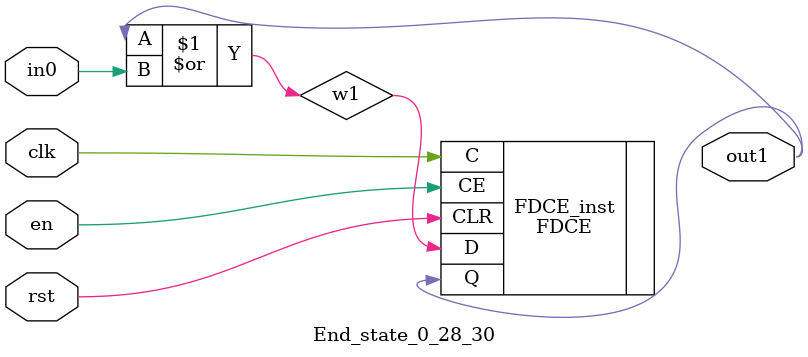
<source format=v>
module engine_0_28(out,clk,sod,en, in_60, in_61, in_62, in_63, in_64, in_65, in_1, in_3, in_6, in_8, in_10, in_13, in_15, in_16, in_17, in_18, in_29, in_30, in_35, in_36, in_45, in_56);
//pcre: /User-Agent\x3a\s*[0-9a-f]*8FC2C6C0C4\x7c\d+\x7cAK-/iH
//block char: [\z3039\z6166][1], 8[0], 6[0], 0[0], 4[0], K[0], \x20[8], N[0], G[0], S[0], -[0], \d[5], a[0], r[0], e[0], c[0], u[0], t[0], f[0], \x3A[8], \x7C[8], 2[0], 

	input clk,sod,en;

	input in_60, in_61, in_62, in_63, in_64, in_65, in_1, in_3, in_6, in_8, in_10, in_13, in_15, in_16, in_17, in_18, in_29, in_30, in_35, in_36, in_45, in_56;
	output out;

	assign w0 = 1'b1;
	state_0_28_1 BlockState_0_28_1 (w1,in_29,clk,en,sod,w0);
	state_0_28_2 BlockState_0_28_2 (w2,in_8,clk,en,sod,w1);
	state_0_28_3 BlockState_0_28_3 (w3,in_17,clk,en,sod,w2);
	state_0_28_4 BlockState_0_28_4 (w4,in_16,clk,en,sod,w3);
	state_0_28_5 BlockState_0_28_5 (w5,in_10,clk,en,sod,w4);
	state_0_28_6 BlockState_0_28_6 (w6,in_15,clk,en,sod,w5);
	state_0_28_7 BlockState_0_28_7 (w7,in_6,clk,en,sod,w6);
	state_0_28_8 BlockState_0_28_8 (w8,in_17,clk,en,sod,w7);
	state_0_28_9 BlockState_0_28_9 (w9,in_3,clk,en,sod,w8);
	state_0_28_10 BlockState_0_28_10 (w10,in_30,clk,en,sod,w9);
	state_0_28_11 BlockState_0_28_11 (w11,in_36,clk,en,sod,w10);
	state_0_28_12 BlockState_0_28_12 (w12,in_1,clk,en,sod,w12,w11);
	state_0_28_13 BlockState_0_28_13 (w13,in_60,clk,en,sod,w13,w11,w12);
	state_0_28_14 BlockState_0_28_14 (w14,in_61,clk,en,sod,w11,w12,w13);
	state_0_28_15 BlockState_0_28_15 (w15,in_35,clk,en,sod,w14);
	state_0_28_16 BlockState_0_28_16 (w16,in_18,clk,en,sod,w15);
	state_0_28_17 BlockState_0_28_17 (w17,in_56,clk,en,sod,w16);
	state_0_28_18 BlockState_0_28_18 (w18,in_18,clk,en,sod,w17);
	state_0_28_19 BlockState_0_28_19 (w19,in_62,clk,en,sod,w18);
	state_0_28_20 BlockState_0_28_20 (w20,in_18,clk,en,sod,w19);
	state_0_28_21 BlockState_0_28_21 (w21,in_63,clk,en,sod,w20);
	state_0_28_22 BlockState_0_28_22 (w22,in_18,clk,en,sod,w21);
	state_0_28_23 BlockState_0_28_23 (w23,in_64,clk,en,sod,w22);
	state_0_28_24 BlockState_0_28_24 (w24,in_45,clk,en,sod,w23);
	state_0_28_25 BlockState_0_28_25 (w25,in_13,clk,en,sod,w25,w24);
	state_0_28_26 BlockState_0_28_26 (w26,in_45,clk,en,sod,w25);
	state_0_28_27 BlockState_0_28_27 (w27,in_15,clk,en,sod,w26);
	state_0_28_28 BlockState_0_28_28 (w28,in_65,clk,en,sod,w27);
	state_0_28_29 BlockState_0_28_29 (w29,in_10,clk,en,sod,w28);
	End_state_0_28_30 BlockState_0_28_30 (out,clk,en,sod,w29);
endmodule

module state_0_28_1(out1,in_char,clk,en,rst,in0);
	input in_char,clk,en,rst,in0;
	output out1;
	wire w1,w2;
	assign w1 = in0; 
	and(w2,in_char,w1);
	FDCE #(.INIT(1'b0)) FDCE_inst (
		.Q(out1),
		.C(clk),
		.CE(en),
		.CLR(rst),
		.D(w2)
);
endmodule

module state_0_28_2(out1,in_char,clk,en,rst,in0);
	input in_char,clk,en,rst,in0;
	output out1;
	wire w1,w2;
	assign w1 = in0; 
	and(w2,in_char,w1);
	FDCE #(.INIT(1'b0)) FDCE_inst (
		.Q(out1),
		.C(clk),
		.CE(en),
		.CLR(rst),
		.D(w2)
);
endmodule

module state_0_28_3(out1,in_char,clk,en,rst,in0);
	input in_char,clk,en,rst,in0;
	output out1;
	wire w1,w2;
	assign w1 = in0; 
	and(w2,in_char,w1);
	FDCE #(.INIT(1'b0)) FDCE_inst (
		.Q(out1),
		.C(clk),
		.CE(en),
		.CLR(rst),
		.D(w2)
);
endmodule

module state_0_28_4(out1,in_char,clk,en,rst,in0);
	input in_char,clk,en,rst,in0;
	output out1;
	wire w1,w2;
	assign w1 = in0; 
	and(w2,in_char,w1);
	FDCE #(.INIT(1'b0)) FDCE_inst (
		.Q(out1),
		.C(clk),
		.CE(en),
		.CLR(rst),
		.D(w2)
);
endmodule

module state_0_28_5(out1,in_char,clk,en,rst,in0);
	input in_char,clk,en,rst,in0;
	output out1;
	wire w1,w2;
	assign w1 = in0; 
	and(w2,in_char,w1);
	FDCE #(.INIT(1'b0)) FDCE_inst (
		.Q(out1),
		.C(clk),
		.CE(en),
		.CLR(rst),
		.D(w2)
);
endmodule

module state_0_28_6(out1,in_char,clk,en,rst,in0);
	input in_char,clk,en,rst,in0;
	output out1;
	wire w1,w2;
	assign w1 = in0; 
	and(w2,in_char,w1);
	FDCE #(.INIT(1'b0)) FDCE_inst (
		.Q(out1),
		.C(clk),
		.CE(en),
		.CLR(rst),
		.D(w2)
);
endmodule

module state_0_28_7(out1,in_char,clk,en,rst,in0);
	input in_char,clk,en,rst,in0;
	output out1;
	wire w1,w2;
	assign w1 = in0; 
	and(w2,in_char,w1);
	FDCE #(.INIT(1'b0)) FDCE_inst (
		.Q(out1),
		.C(clk),
		.CE(en),
		.CLR(rst),
		.D(w2)
);
endmodule

module state_0_28_8(out1,in_char,clk,en,rst,in0);
	input in_char,clk,en,rst,in0;
	output out1;
	wire w1,w2;
	assign w1 = in0; 
	and(w2,in_char,w1);
	FDCE #(.INIT(1'b0)) FDCE_inst (
		.Q(out1),
		.C(clk),
		.CE(en),
		.CLR(rst),
		.D(w2)
);
endmodule

module state_0_28_9(out1,in_char,clk,en,rst,in0);
	input in_char,clk,en,rst,in0;
	output out1;
	wire w1,w2;
	assign w1 = in0; 
	and(w2,in_char,w1);
	FDCE #(.INIT(1'b0)) FDCE_inst (
		.Q(out1),
		.C(clk),
		.CE(en),
		.CLR(rst),
		.D(w2)
);
endmodule

module state_0_28_10(out1,in_char,clk,en,rst,in0);
	input in_char,clk,en,rst,in0;
	output out1;
	wire w1,w2;
	assign w1 = in0; 
	and(w2,in_char,w1);
	FDCE #(.INIT(1'b0)) FDCE_inst (
		.Q(out1),
		.C(clk),
		.CE(en),
		.CLR(rst),
		.D(w2)
);
endmodule

module state_0_28_11(out1,in_char,clk,en,rst,in0);
	input in_char,clk,en,rst,in0;
	output out1;
	wire w1,w2;
	assign w1 = in0; 
	and(w2,in_char,w1);
	FDCE #(.INIT(1'b0)) FDCE_inst (
		.Q(out1),
		.C(clk),
		.CE(en),
		.CLR(rst),
		.D(w2)
);
endmodule

module state_0_28_12(out1,in_char,clk,en,rst,in0,in1);
	input in_char,clk,en,rst,in0,in1;
	output out1;
	wire w1,w2;
	or(w1,in0,in1);
	and(w2,in_char,w1);
	FDCE #(.INIT(1'b0)) FDCE_inst (
		.Q(out1),
		.C(clk),
		.CE(en),
		.CLR(rst),
		.D(w2)
);
endmodule

module state_0_28_13(out1,in_char,clk,en,rst,in0,in1,in2);
	input in_char,clk,en,rst,in0,in1,in2;
	output out1;
	wire w1,w2;
	or(w1,in0,in1,in2);
	and(w2,in_char,w1);
	FDCE #(.INIT(1'b0)) FDCE_inst (
		.Q(out1),
		.C(clk),
		.CE(en),
		.CLR(rst),
		.D(w2)
);
endmodule

module state_0_28_14(out1,in_char,clk,en,rst,in0,in1,in2);
	input in_char,clk,en,rst,in0,in1,in2;
	output out1;
	wire w1,w2;
	or(w1,in0,in1,in2);
	and(w2,in_char,w1);
	FDCE #(.INIT(1'b0)) FDCE_inst (
		.Q(out1),
		.C(clk),
		.CE(en),
		.CLR(rst),
		.D(w2)
);
endmodule

module state_0_28_15(out1,in_char,clk,en,rst,in0);
	input in_char,clk,en,rst,in0;
	output out1;
	wire w1,w2;
	assign w1 = in0; 
	and(w2,in_char,w1);
	FDCE #(.INIT(1'b0)) FDCE_inst (
		.Q(out1),
		.C(clk),
		.CE(en),
		.CLR(rst),
		.D(w2)
);
endmodule

module state_0_28_16(out1,in_char,clk,en,rst,in0);
	input in_char,clk,en,rst,in0;
	output out1;
	wire w1,w2;
	assign w1 = in0; 
	and(w2,in_char,w1);
	FDCE #(.INIT(1'b0)) FDCE_inst (
		.Q(out1),
		.C(clk),
		.CE(en),
		.CLR(rst),
		.D(w2)
);
endmodule

module state_0_28_17(out1,in_char,clk,en,rst,in0);
	input in_char,clk,en,rst,in0;
	output out1;
	wire w1,w2;
	assign w1 = in0; 
	and(w2,in_char,w1);
	FDCE #(.INIT(1'b0)) FDCE_inst (
		.Q(out1),
		.C(clk),
		.CE(en),
		.CLR(rst),
		.D(w2)
);
endmodule

module state_0_28_18(out1,in_char,clk,en,rst,in0);
	input in_char,clk,en,rst,in0;
	output out1;
	wire w1,w2;
	assign w1 = in0; 
	and(w2,in_char,w1);
	FDCE #(.INIT(1'b0)) FDCE_inst (
		.Q(out1),
		.C(clk),
		.CE(en),
		.CLR(rst),
		.D(w2)
);
endmodule

module state_0_28_19(out1,in_char,clk,en,rst,in0);
	input in_char,clk,en,rst,in0;
	output out1;
	wire w1,w2;
	assign w1 = in0; 
	and(w2,in_char,w1);
	FDCE #(.INIT(1'b0)) FDCE_inst (
		.Q(out1),
		.C(clk),
		.CE(en),
		.CLR(rst),
		.D(w2)
);
endmodule

module state_0_28_20(out1,in_char,clk,en,rst,in0);
	input in_char,clk,en,rst,in0;
	output out1;
	wire w1,w2;
	assign w1 = in0; 
	and(w2,in_char,w1);
	FDCE #(.INIT(1'b0)) FDCE_inst (
		.Q(out1),
		.C(clk),
		.CE(en),
		.CLR(rst),
		.D(w2)
);
endmodule

module state_0_28_21(out1,in_char,clk,en,rst,in0);
	input in_char,clk,en,rst,in0;
	output out1;
	wire w1,w2;
	assign w1 = in0; 
	and(w2,in_char,w1);
	FDCE #(.INIT(1'b0)) FDCE_inst (
		.Q(out1),
		.C(clk),
		.CE(en),
		.CLR(rst),
		.D(w2)
);
endmodule

module state_0_28_22(out1,in_char,clk,en,rst,in0);
	input in_char,clk,en,rst,in0;
	output out1;
	wire w1,w2;
	assign w1 = in0; 
	and(w2,in_char,w1);
	FDCE #(.INIT(1'b0)) FDCE_inst (
		.Q(out1),
		.C(clk),
		.CE(en),
		.CLR(rst),
		.D(w2)
);
endmodule

module state_0_28_23(out1,in_char,clk,en,rst,in0);
	input in_char,clk,en,rst,in0;
	output out1;
	wire w1,w2;
	assign w1 = in0; 
	and(w2,in_char,w1);
	FDCE #(.INIT(1'b0)) FDCE_inst (
		.Q(out1),
		.C(clk),
		.CE(en),
		.CLR(rst),
		.D(w2)
);
endmodule

module state_0_28_24(out1,in_char,clk,en,rst,in0);
	input in_char,clk,en,rst,in0;
	output out1;
	wire w1,w2;
	assign w1 = in0; 
	and(w2,in_char,w1);
	FDCE #(.INIT(1'b0)) FDCE_inst (
		.Q(out1),
		.C(clk),
		.CE(en),
		.CLR(rst),
		.D(w2)
);
endmodule

module state_0_28_25(out1,in_char,clk,en,rst,in0,in1);
	input in_char,clk,en,rst,in0,in1;
	output out1;
	wire w1,w2;
	or(w1,in0,in1);
	and(w2,in_char,w1);
	FDCE #(.INIT(1'b0)) FDCE_inst (
		.Q(out1),
		.C(clk),
		.CE(en),
		.CLR(rst),
		.D(w2)
);
endmodule

module state_0_28_26(out1,in_char,clk,en,rst,in0);
	input in_char,clk,en,rst,in0;
	output out1;
	wire w1,w2;
	assign w1 = in0; 
	and(w2,in_char,w1);
	FDCE #(.INIT(1'b0)) FDCE_inst (
		.Q(out1),
		.C(clk),
		.CE(en),
		.CLR(rst),
		.D(w2)
);
endmodule

module state_0_28_27(out1,in_char,clk,en,rst,in0);
	input in_char,clk,en,rst,in0;
	output out1;
	wire w1,w2;
	assign w1 = in0; 
	and(w2,in_char,w1);
	FDCE #(.INIT(1'b0)) FDCE_inst (
		.Q(out1),
		.C(clk),
		.CE(en),
		.CLR(rst),
		.D(w2)
);
endmodule

module state_0_28_28(out1,in_char,clk,en,rst,in0);
	input in_char,clk,en,rst,in0;
	output out1;
	wire w1,w2;
	assign w1 = in0; 
	and(w2,in_char,w1);
	FDCE #(.INIT(1'b0)) FDCE_inst (
		.Q(out1),
		.C(clk),
		.CE(en),
		.CLR(rst),
		.D(w2)
);
endmodule

module state_0_28_29(out1,in_char,clk,en,rst,in0);
	input in_char,clk,en,rst,in0;
	output out1;
	wire w1,w2;
	assign w1 = in0; 
	and(w2,in_char,w1);
	FDCE #(.INIT(1'b0)) FDCE_inst (
		.Q(out1),
		.C(clk),
		.CE(en),
		.CLR(rst),
		.D(w2)
);
endmodule

module End_state_0_28_30(out1,clk,en,rst,in0);
	input clk,rst,en,in0;
	output out1;
	wire w1;
	or(w1,out1,in0);
	FDCE #(.INIT(1'b0)) FDCE_inst (
		.Q(out1),
		.C(clk),
		.CE(en),
		.CLR(rst),
		.D(w1)
);
endmodule


</source>
